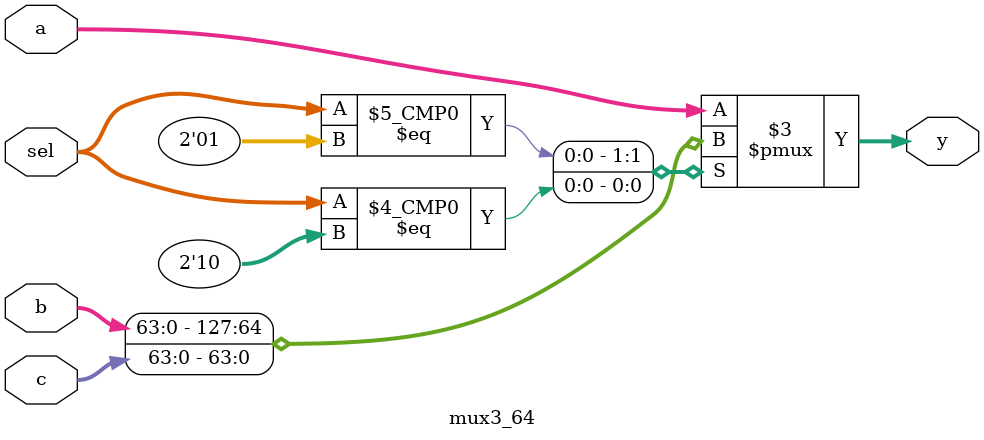
<source format=v>
module mux3_64 (
    input  [63:0] a,
    input  [63:0] b,
    input  [63:0] c,
    input  [1:0]  sel,
    output reg [63:0] y
);
    always @(*) begin
        case (sel)
            2'b00: y = a;
            2'b01: y = b;
            2'b10: y = c;
            default: y = a;
        endcase
    end
endmodule


</source>
